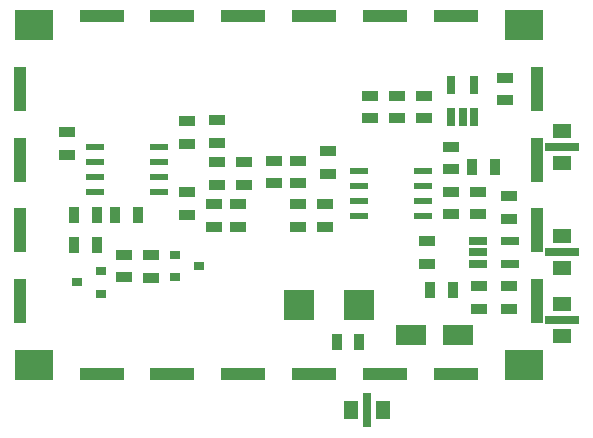
<source format=gbr>
%TF.GenerationSoftware,KiCad,Pcbnew,6.0.4-6f826c9f35~116~ubuntu20.04.1*%
%TF.CreationDate,2022-04-06T13:45:02+00:00*%
%TF.ProjectId,PCRD04B,50435244-3034-4422-9e6b-696361645f70,REV*%
%TF.SameCoordinates,Original*%
%TF.FileFunction,Paste,Bot*%
%TF.FilePolarity,Positive*%
%FSLAX46Y46*%
G04 Gerber Fmt 4.6, Leading zero omitted, Abs format (unit mm)*
G04 Created by KiCad (PCBNEW 6.0.4-6f826c9f35~116~ubuntu20.04.1) date 2022-04-06 13:45:02*
%MOMM*%
%LPD*%
G01*
G04 APERTURE LIST*
%ADD10R,1.397000X0.889000*%
%ADD11R,0.900000X0.800000*%
%ADD12R,2.550160X2.499360*%
%ADD13R,0.889000X1.397000*%
%ADD14R,2.499360X1.800860*%
%ADD15R,1.550000X0.600000*%
%ADD16R,0.650000X1.560000*%
%ADD17R,1.560000X0.650000*%
%ADD18R,1.400000X0.899000*%
%ADD19R,1.400000X0.889000*%
%ADD20R,1.500000X1.300000*%
%ADD21R,3.000000X0.700000*%
%ADD22R,1.300000X1.500000*%
%ADD23R,0.700000X3.000000*%
%ADD24R,3.800000X1.000000*%
%ADD25R,1.000000X3.800000*%
%ADD26R,3.300000X2.550000*%
G04 APERTURE END LIST*
D10*
%TO.C,C20*%
X125757322Y-96352639D03*
X125757322Y-98257639D03*
%TD*%
%TO.C,R15*%
X128043322Y-96416139D03*
X128043322Y-98321139D03*
%TD*%
D11*
%TO.C,U3*%
X130107322Y-98255139D03*
X130107322Y-96355139D03*
X132107322Y-97305139D03*
%TD*%
%TO.C,U6*%
X123836322Y-97752139D03*
X123836322Y-99652139D03*
X121836322Y-98702139D03*
%TD*%
D12*
%TO.C,C1*%
X145681082Y-100607139D03*
X140631562Y-100607139D03*
%TD*%
D10*
%TO.C,C3*%
X120931322Y-87907139D03*
X120931322Y-86002139D03*
%TD*%
D13*
%TO.C,C4*%
X145696322Y-103782139D03*
X143791322Y-103782139D03*
%TD*%
%TO.C,C5*%
X123471322Y-92987139D03*
X121566322Y-92987139D03*
%TD*%
D10*
%TO.C,C6*%
X135409322Y-92098139D03*
X135409322Y-94003139D03*
%TD*%
%TO.C,C7*%
X155729322Y-92923639D03*
X155729322Y-91018639D03*
%TD*%
%TO.C,C8*%
X148871322Y-84795639D03*
X148871322Y-82890639D03*
%TD*%
%TO.C,C9*%
X155856322Y-99019639D03*
X155856322Y-100924639D03*
%TD*%
D13*
%TO.C,C10*%
X126963822Y-92987139D03*
X125058822Y-92987139D03*
%TD*%
D10*
%TO.C,C11*%
X133377322Y-92098139D03*
X133377322Y-94003139D03*
%TD*%
%TO.C,C12*%
X153443322Y-92923639D03*
X153443322Y-91018639D03*
%TD*%
%TO.C,C13*%
X151157322Y-84795639D03*
X151157322Y-82890639D03*
%TD*%
%TO.C,C14*%
X158396322Y-99019639D03*
X158396322Y-100924639D03*
%TD*%
%TO.C,C15*%
X135917322Y-90447139D03*
X135917322Y-88542139D03*
%TD*%
%TO.C,C16*%
X138457322Y-88415139D03*
X138457322Y-90320139D03*
%TD*%
%TO.C,C17*%
X143029322Y-89494639D03*
X143029322Y-87589639D03*
%TD*%
%TO.C,C18*%
X142775322Y-94003139D03*
X142775322Y-92098139D03*
%TD*%
%TO.C,C19*%
X153443322Y-89113639D03*
X153443322Y-87208639D03*
%TD*%
D14*
%TO.C,D1*%
X150047342Y-103147139D03*
X154045302Y-103147139D03*
%TD*%
D10*
%TO.C,R3*%
X151411322Y-95209639D03*
X151411322Y-97114639D03*
%TD*%
%TO.C,R4*%
X146585322Y-84795639D03*
X146585322Y-82890639D03*
%TD*%
D13*
%TO.C,R5*%
X153633822Y-99337139D03*
X151728822Y-99337139D03*
%TD*%
%TO.C,R6*%
X123471322Y-95527139D03*
X121566322Y-95527139D03*
%TD*%
D10*
%TO.C,R7*%
X131091322Y-85049639D03*
X131091322Y-86954639D03*
%TD*%
%TO.C,R8*%
X133631322Y-86891139D03*
X133631322Y-84986139D03*
%TD*%
%TO.C,R9*%
X133631322Y-90447139D03*
X133631322Y-88542139D03*
%TD*%
%TO.C,R10*%
X140489322Y-90320139D03*
X140489322Y-88415139D03*
%TD*%
%TO.C,R11*%
X140489322Y-94003139D03*
X140489322Y-92098139D03*
%TD*%
%TO.C,R12*%
X158396322Y-93304639D03*
X158396322Y-91399639D03*
%TD*%
D13*
%TO.C,R13*%
X155284822Y-88923139D03*
X157189822Y-88923139D03*
%TD*%
D15*
%TO.C,U1*%
X123311322Y-91082139D03*
X123311322Y-89812139D03*
X123311322Y-88542139D03*
X123311322Y-87272139D03*
X128711322Y-87272139D03*
X128711322Y-88542139D03*
X128711322Y-89812139D03*
X128711322Y-91082139D03*
%TD*%
D16*
%TO.C,U4*%
X155409322Y-84685139D03*
X154459322Y-84685139D03*
X153509322Y-84685139D03*
X153509322Y-81985139D03*
X155409322Y-81985139D03*
%TD*%
D17*
%TO.C,U5*%
X155776322Y-97112139D03*
X155776322Y-96162139D03*
X155776322Y-95212139D03*
X158476322Y-95212139D03*
X158476322Y-97112139D03*
%TD*%
D10*
%TO.C,R2*%
X131091322Y-91082139D03*
X131091322Y-92987139D03*
%TD*%
D15*
%TO.C,U2*%
X145663322Y-93114139D03*
X145663322Y-91844139D03*
X145663322Y-90574139D03*
X145663322Y-89304139D03*
X151063322Y-89304139D03*
X151063322Y-90574139D03*
X151063322Y-91844139D03*
X151063322Y-93114139D03*
%TD*%
D18*
%TO.C,R1*%
X158015322Y-83271639D03*
D19*
X158015322Y-81366639D03*
%TD*%
D20*
%TO.C,C2*%
X162841322Y-97512139D03*
D21*
X162841322Y-96162139D03*
D20*
X162841322Y-94812139D03*
%TD*%
D22*
%TO.C,C21*%
X144981322Y-109497139D03*
D23*
X146331322Y-109497139D03*
D22*
X147681322Y-109497139D03*
%TD*%
D20*
%TO.C,C22*%
X162841322Y-85922139D03*
D21*
X162841322Y-87272139D03*
D20*
X162841322Y-88622139D03*
%TD*%
%TO.C,C23*%
X162841322Y-103227139D03*
D21*
X162841322Y-101877139D03*
D20*
X162841322Y-100527139D03*
%TD*%
D24*
%TO.C,M6*%
X153886322Y-106457139D03*
X147886322Y-76157139D03*
D25*
X116986322Y-88307139D03*
X160786322Y-82307139D03*
D24*
X153886322Y-76157139D03*
X135886322Y-106457139D03*
D26*
X118136322Y-105682139D03*
D24*
X141886322Y-106457139D03*
X123886322Y-76157139D03*
D26*
X159636322Y-105682139D03*
D25*
X116986322Y-94307139D03*
X116986322Y-100307139D03*
D24*
X141886322Y-76157139D03*
X129886322Y-106457139D03*
X129886322Y-76157139D03*
D26*
X118136322Y-76932139D03*
X159636322Y-76932139D03*
D24*
X123886322Y-106457139D03*
X135886322Y-76157139D03*
X147886322Y-106457139D03*
D25*
X160786322Y-94307139D03*
X116986322Y-82307139D03*
X160786322Y-100307139D03*
X160786322Y-88307139D03*
%TD*%
M02*

</source>
